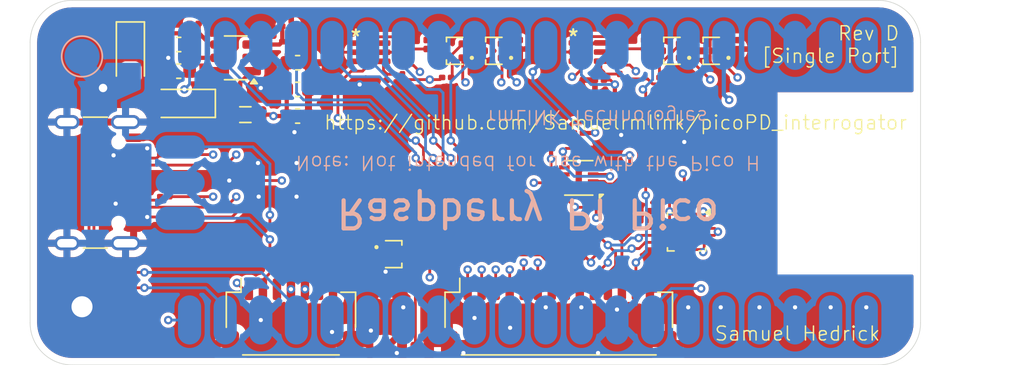
<source format=kicad_pcb>
(kicad_pcb (version 20241229) (generator "pcbnew") (generator_version "9.0")
  (layers (0 "F.Cu" signal) (4 "In1.Cu" signal) (6 "In2.Cu" signal) (2 "B.Cu" signal) (13 "F.Paste" user) (15 "B.Paste" user) (5 "F.SilkS" user "F.Silkscreen") (7 "B.SilkS" user "B.Silkscreen") (1 "F.Mask" user) (3 "B.Mask" user) (25 "Edge.Cuts" user))
  (net 0 "")
  (net 1 "GND")
  (net 2 "/REG_VIN")
  (net 3 "/3V3")
  (net 4 "/REG_CAP")
  (net 5 "/REG_SW")
  (net 6 "/VBUS_CONN")
  (net 7 "/USB_DP_CONN")
  (net 8 "/USB_DM_CONN")
  (net 9 "/CC1_CONN")
  (net 10 "/SBU2_CONN")
  (net 11 "/CC2_CONN")
  (net 12 "/SBU1_CONN")
  (net 13 "/UART0_RX")
  (net 14 "/SWD_IO")
  (net 15 "/SWD_CLK")
  (net 16 "/PICO_RESET")
  (net 17 "/UART0_TX")
  (net 18 "/SPI0_MISO")
  (net 19 "/GP19")
  (net 20 "/GP28_A2")
  (net 21 "/GP16")
  (net 22 "/GP17")
  (net 23 "/TCPC_INT")
  (net 24 "/SPI0_CLK")
  (net 25 "/SCL")
  (net 26 "/GP18")
  (net 27 "/SDA")
  (net 28 "/GP15")
  (net 29 "/SPI0_MOSI")
  (net 30 "Net-(Q1-D)")
  (net 31 "/CC1_TX")
  (net 32 "/CC1_TX_L")
  (net 33 "Net-(Q2-S)")
  (net 34 "/CC1_TX_H")
  (net 35 "/CC2_TX")
  (net 36 "Net-(Q3-D)")
  (net 37 "/CC2_TX_H")
  (net 38 "/CC2_TX_L")
  (net 39 "Net-(Q4-D)")
  (net 40 "Net-(Q5-S)")
  (net 41 "/BMC_VREF")
  (net 42 "/CC1_RX")
  (net 43 "/CC2_RX")
  (net 44 "/RP2_RESET_L")
  (net 45 "Net-(U2-VBUS)")
  (net 46 "Net-(U6-~{SHDN})")
  (net 47 "/REG_FB")
  (net 48 "Net-(U5-B2)")
  (net 49 "/PIO_USB_DM")
  (net 50 "/PIO_USB_DP")
  (net 51 "Net-(U4-B2)")
  (net 53 "/CC2_VCONN_EN")
  (net 54 "/CC1_VCONN_EN")
  (footprint "Inductor_SMD:L_0805_2012Metric" (layer "F.Cu") (at 129.85 95.15)
    (property "Reference" "L1" (hide yes))
    (property "Value" "22uH")
  )
  (footprint "Diode_SMD:D_SOD-123F" (layer "F.Cu") (at 121.65 90.75 -90)
    (property "Reference" "D1" (hide yes))
    (property "Value" "D")
  )
  (footprint "Capacitor_SMD:C_0603_1608Metric" (layer "F.Cu") (at 133.575 95.25)
    (property "Reference" "C7" (hide yes))
    (property "Value" "4.7uF")
  )
  (footprint "Resistor_SMD:R_0201_0603Metric" (layer "F.Cu") (at 155.1 92.685)
    (property "Reference" "R6" (hide yes))
    (property "Value" "5.1K")
  )
  (footprint "Capacitor_SMD:C_0603_1608Metric" (layer "F.Cu") (at 133.575 93.35)
    (property "Reference" "C5" (hide yes))
    (property "Value" "4.7uF")
  )
  (footprint "Resistor_SMD:R_0201_0603Metric" (layer "F.Cu") (at 121.4 106.4 180)
    (property "Reference" "R29" (hide yes))
    (property "Value" "27R")
  )
  (footprint "Package_TO_SOT_SMD:SOT-23-6" (layer "F.Cu") (at 129.1625 91.1 180)
    (property "Reference" "U6" (hide yes))
    (property "Value" "LV2862XDDC")
  )
  (footprint "Package_TO_SOT_SMD:SOT-416" (layer "F.Cu") (at 160.2 90.6 180)
    (property "Reference" "Q4" (hide yes))
    (property "Value" "rohm-RE1C002UN" (hide yes))
  )
  (footprint "picoPD_interrogator:TI_sn741vc1g3157-q1" (layer "F.Cu") (at 154.3 90.685)
    (property "Reference" "U5" (hide yes))
    (property "Value" "~" (hide yes))
  )
  (footprint "Resistor_SMD:R_0201_0603Metric" (layer "F.Cu") (at 139.6 92.7)
    (property "Reference" "R7" (hide yes))
    (property "Value" "5.1K")
  )
  (footprint "Package_TO_SOT_SMD:SOT-416" (layer "F.Cu") (at 163 90.6 180)
    (property "Reference" "Q5" (hide yes))
    (property "Value" "rohm-RE1C002UN" (hide yes))
  )
  (footprint "Connector_JST:JST_SH_SM07B-SRSS-TB_1x07-1MP_P1.00mm_Horizontal" (layer "F.Cu") (at 133.1 109.6)
    (property "Reference" "J1" (hide yes))
    (property "Value" "Conn_01x07" (hide yes))
  )
  (footprint "Resistor_SMD:R_0201_0603Metric" (layer "F.Cu") (at 126.2 88.65 180)
    (property "Reference" "R21" (hide yes))
    (property "Value" "100K")
  )
  (footprint "Resistor_SMD:R_0201_0603Metric" (layer "F.Cu") (at 141.05 91.95 90)
    (property "Reference" "R5" (hide yes))
    (property "Value" "35K")
  )
  (footprint "Resistor_SMD:R_0201_0603Metric" (layer "F.Cu") (at 156.55 91.935 90)
    (property "Reference" "R4" (hide yes))
    (property "Value" "35K")
  )
  (footprint "Capacitor_SMD:C_0201_0603Metric" (layer "F.Cu") (at 129.1625 93.55 180)
    (property "Reference" "C6" (hide yes))
    (property "Value" "C")
  )
  (footprint "Resistor_SMD:R_0201_0603Metric" (layer "F.Cu") (at 149.45 90.15 -90)
    (property "Reference" "R12" (hide yes))
    (property "Value" "100R")
  )
  (footprint "Package_TO_SOT_SMD:SOT-416" (layer "F.Cu") (at 140.5 105.1)
    (property "Reference" "Q3" (hide yes))
    (property "Value" "rohm-RE1C002UN" (hide yes))
  )
  (footprint "Resistor_SMD:R_0201_0603Metric" (layer "F.Cu") (at 132.8 88.85 180)
    (property "Reference" "R24" (hide yes))
    (property "Value" "10K")
  )
  (footprint "Connector_JST:JST_SH_SM14B-SRSS-TB_1x14-1MP_P1.00mm_Horizontal" (layer "F.Cu") (at 152.2 109.6)
    (property "Reference" "J3" (hide yes))
    (property "Value" "Conn_01x14" (hide yes))
  )
  (footprint "Connector_USB:USB_C_Receptacle_GCT_USB4105-xx-A_16P_TopMnt_Horizontal" (layer "F.Cu") (at 118.2 100 -90)
    (property "Reference" "J2" (hide yes))
    (property "Value" "USB_C_Receptacle_USB2.0_16P")
  )
  (footprint "Resistor_SMD:R_0201_0603Metric" (layer "F.Cu") (at 138.5 105.1 -90)
    (property "Reference" "R13" (hide yes))
    (property "Value" "1K")
  )
  (footprint "Resistor_SMD:R_0201_0603Metric" (layer "F.Cu") (at 153.6 97.56 180)
    (property "Reference" "R10" (hide yes))
    (property "Value" "1K")
  )
  (footprint "Capacitor_SMD:C_0603_1608Metric" (layer "F.Cu") (at 133.575 91.45)
    (property "Reference" "C4" (hide yes))
    (property "Value" "4.7uF")
  )
  (footprint "Resistor_SMD:R_0201_0603Metric" (layer "F.Cu") (at 121.4 107.5 180)
    (property "Reference" "R28" (hide yes))
    (property "Value" "27R")
  )
  (footprint "picoPD_interrogator:CK_PTS815" (layer "F.Cu") (at 140.9 109.6 -90)
    (property "Reference" "SW1" (hide yes))
    (property "Value" "RESET_BTN")
  )
  (footprint "Resistor_SMD:R_0201_0603Metric" (layer "F.Cu") (at 153.6 96.46)
    (property "Reference" "R9" (hide yes))
    (property "Value" "3.3K")
  )
  (footprint "Resistor_SMD:R_0201_0603Metric" (layer "F.Cu") (at 142.75 90.15 -90)
    (property "Reference" "R11" (hide yes))
    (property "Value" "200R")
  )
  (footprint "Resistor_SMD:R_0201_0603Metric" (layer "F.Cu") (at 124.1 98 180)
    (property "Reference" "R27" (hide yes))
    (property "Value" "0R")
  )
  (footprint "Resistor_SMD:R_0201_0603Metric" (layer "F.Cu") (at 142.45 105.55 90)
    (property "Reference" "R15" (hide yes))
    (property "Value" "1K")
  )
  (footprint "Resistor_SMD:R_0201_0603Metric" (layer "F.Cu") (at 141.05 90.15 -90)
    (property "Reference" "R22" (hide yes))
    (property "Value" "33R")
  )
  (footprint "Resistor_SMD:R_0201_0603Metric" (layer "F.Cu") (at 132.8 89.95 180)
    (property "Reference" "R25" (hide yes))
    (property "Value" "33K")
  )
  (footprint "Resistor_SMD:R_0201_0603Metric" (layer "F.Cu") (at 144.2 92.5 180)
    (property "Reference" "R14" (hide yes))
    (property "Value" "0R")
  )
  (footprint "Resistor_SMD:R_0201_0603Metric" (layer "F.Cu") (at 159.7 92.505 180)
    (property "Reference" "R20" (hide yes))
    (property "Value" "0R")
  )
  (footprint "Resistor_SMD:R_0201_0603Metric" (layer "F.Cu") (at 154.726274 104.826274 -45)
    (property "Reference" "R3" (hide yes))
    (property "Value" "3.3K")
  )
  (footprint "Package_TO_SOT_SMD:SOT-416" (layer "F.Cu") (at 144.7 90.6 180)
    (property "Reference" "Q1" (hide yes))
    (property "Value" "rohm-RE1C002UN" (hide yes))
  )
  (footprint "Resistor_SMD:R_0201_0603Metric" (layer "F.Cu") (at 158.25 90.155 -90)
    (property "Reference" "R16" (hide yes))
    (property "Value" "200R")
  )
  (footprint "picoPD_interrogator:TI_sn741vc1g3157-q1" (layer "F.Cu") (at 138.8 90.7)
    (property "Reference" "U4" (hide yes))
    (property "Value" "~" (hide yes))
  )
  (footprint "Diode_SMD:D_SOD-123F" (layer "F.Cu") (at 125.5 94.35 180)
    (property "Reference" "D2" (hide yes))
    (property "Value" "D")
  )
  (footprint "Package_TO_SOT_SMD:SOT-416" (layer "F.Cu") (at 147.5 90.6 180)
    (property "Reference" "Q2" (hide yes))
    (property "Value" "rohm-RE1C002UN" (hide yes))
  )
  (footprint "Resistor_SMD:R_0201_0603Metric" (layer "F.Cu") (at 154.55 101.76)
    (property "Reference" "R18" (hide yes))
    (property "Value" "3.3K")
  )
  (footprint "Resistor_SMD:R_0201_0603Metric" (layer "F.Cu") (at 153.75 105.05 -45)
    (property "Reference" "R2" (hide yes))
    (property "Value" "3.3K")
  )
  (footprint "Capacitor_SMD:C_0603_1608Metric" (layer "F.Cu") (at 125.1 90.15)
    (property "Reference" "C3" (hide yes))
    (property "Value" "2.2uF")
  )
  (footprint "Resistor_SMD:R_0201_0603Metric" (layer "F.Cu") (at 151.2 100.31 -90)
    (property "Reference" "R19" (hide yes))
    (property "Value" "3.3K")
  )
  (footprint "Package_DFN_QFN:WQFN-14-1EP_2.5x2.5mm_P0.5mm_EP1.45x1.45mm" (layer "F.Cu") (at 161.31 103.51 -90)
    (property "Reference" "U2" (hide yes))
    (property "Value" "FUSB302BMPX")
  )
  (footprint "Resistor_SMD:R_0201_0603Metric" (layer "F.Cu") (at 161.15 100.55 90)
    (property "Reference" "R8" (hide yes))
    (property "Value" "0R")
  )
  (footprint "Resistor_SMD:R_0201_0603Metric" (layer "F.Cu") (at 124.1 101 180)
    (property "Reference" "R26" (hide yes))
    (property "Value" "0R")
  )
  (footprint "picoPD_interrogator:DFN-8_2x2mm_P0.5mm_ST" (layer "F.Cu") (at 153.625 99.66 180)
    (property "Reference" "U3" (hide yes))
    (property "Value" "ST-LM393QT")
  )
  (footprint "Resistor_SMD:R_0201_0603Metric" (layer "F.Cu") (at 164.95 90.155 -90)
    (property "Reference" "R17" (hide yes))
    (property "Value" "100R")
  )
  (footprint "Capacitor_SMD:C_0603_1608Metric" (layer "F.Cu") (at 125.1 92.05)
    (property "Reference" "C2" (hide yes))
    (property "Value" "1uF")
  )
  (footprint "Capacitor_SMD:C_0201_0603Metric" (layer "F.Cu") (at 160.0575 100.54 -90)
    (property "Reference" "C1" (hide yes))
    (property "Value" "100nF")
  )
  (footprint "Resistor_SMD:R_0201_0603Metric" (layer "F.Cu") (at 156.55 90.135 -90)
    (property "Reference" "R23" (hide yes))
    (property "Value" "33R")
  )
  (footprint "Resistor_SMD:R_0201_0603Metric" (layer "F.Cu") (at 158.7 102.35 -90)
    (property "Reference" "R1" (hide yes))
    (property "Value" "3.3K")
  )
  (footprint "picoPD_interrogator:RaspberryPiFoundation-Pico" (layer "B.Cu") (at 150 100 90)
    (property "Reference" "U1" (hide yes))
    (property "Value" "~" (hide yes))
  )
  (footprint "TestPoint:TestPoint_Pad_D2.5mm" (layer "B.Cu") (at 118.2 91 180)
    (property "Reference" "TP1" (hide yes))
    (property "Value" "VBUS")
  )
  (gr_line (start 114.5 108.4) (end 114.5 110) (stroke (width 0.05)) (layer "Edge.Cuts"))
  (gr_arc (start 117.5 113) (mid 115.37868 112.12132) (end 114.5 110) (stroke (width 0.05)) (layer "Edge.Cuts"))
  (gr_arc (start 175 87) (mid 177.12132 87.87868) (end 178 90) (stroke (width 0.05)) (layer "Edge.Cuts"))
  (gr_arc (start 114.5 90) (mid 115.37868 87.87868) (end 117.5 87) (stroke (width 0.05)) (layer "Edge.Cuts"))
  (gr_line (start 178 90) (end 178 110) (stroke (width 0.05)) (layer "Edge.Cuts"))
  (gr_line (start 175 87) (end 117.5 87) (stroke (width 0.05)) (layer "Edge.Cuts"))
  (gr_line (start 114.5 108.4) (end 114.5 90) (stroke (width 0.05)) (layer "Edge.Cuts"))
  (gr_arc (start 178 110) (mid 177.12132 112.12132) (end 175 113) (stroke (width 0.05)) (layer "Edge.Cuts"))
  (gr_line (start 175 113) (end 117.5 113) (stroke (width 0.05)) (layer "Edge.Cuts"))
  (gr_text "Samuel Hedrick" (at 163.25 111.35 0) (layer "F.SilkS") (effects (font (size 1 1) (thickness 0.1)) (justify left bottom)))
  (gr_text "Rev D\n[Single Port]" (at 176.55 91.55 0) (layer "F.SilkS") (effects (font (size 1 1) (thickness 0.1)) (justify right bottom)))
  (gr_text "https://github.com/Samuelrmlink/picoPD_interrogator" (at 135.4 96.3 0) (layer "F.SilkS") (effects (font (size 1 1) (thickness 0.1)) (justify left bottom)))
  (gr_text "rmLINK Technologies" (at 147.05 94.74 180) (layer "B.SilkS") (effects (font (size 1 1) (thickness 0.1)) (justify left bottom mirror)))
  (segment (start 153.625 99.26) (end 153.975 98.91) (width 0.3) (layer "F.Cu") (net 1))
  (segment (start 153.625 98.5) (end 153.6425 98.4825) (width 0.3) (layer "F.Cu") (net 1))
  (segment (start 137.4 111.475) (end 138.375 111.475) (width 0.3) (layer "F.Cu") (net 1))
  (segment (start 153.625 99.66) (end 153.625 99.26) (width 0.3) (layer "F.Cu") (net 1))
  (segment (start 138.5 106.25) (end 138.5 105.42) (width 0.2) (layer "F.Cu") (net 1))
  (segment (start 152.15 90.7) (end 152.165 90.685) (width 0.2) (layer "F.Cu") (net 1))
  (segment (start 140.35 111.85) (end 140.65 112.15) (width 0.3) (layer "F.Cu") (net 1))
  (segment (start 131.65 92.55) (end 131.65 91.35) (width 0.3) (layer "F.Cu") (net 1))
  (segment (start 153.625 99.66) (end 153.625 98.5) (width 0.3) (layer "F.Cu") (net 1))
  (segment (start 139.825 111.85) (end 140.35 111.85) (width 0.3) (layer "F.Cu") (net 1))
  (segment (start 135.85 91.45) (end 134.35 91.45) (width 0.2) (layer "F.Cu") (net 1))
  (segment (start 130.95 93.25) (end 131.65 92.55) (width 0.3) (layer "F.Cu") (net 1))
  (segment (start 138.375 111.475) (end 138.75 111.85) (width 0.3) (layer "F.Cu") (net 1))
  (segment (start 153.92 97.56) (end 155.69 97.56) (width 0.3) (layer "F.Cu") (net 1))
  (segment (start 138.6 106.35) (end 138.5 106.25) (width 0.2) (layer "F.Cu") (net 1))
  (segment (start 131.4 91.1) (end 130.3 91.1) (width 0.3) (layer "F.Cu") (net 1))
  (segment (start 152.165 90.685) (end 153.4 90.685) (width 0.2) (layer "F.Cu") (net 1))
  (segment (start 139.85 106.35) (end 138.6 106.35) (width 0.2) (layer "F.Cu") (net 1))
  (segment (start 137.9 90.7) (end 136.6 90.7) (width 0.2) (layer "F.Cu") (net 1))
  (segment (start 131.65 91.35) (end 131.4 91.1) (width 0.3) (layer "F.Cu") (net 1))
  (segment (start 139.85 107.325) (end 139.825 107.35) (width 0.3) (layer "F.Cu") (net 1))
  (segment (start 151.92 90.47) (end 152.15 90.7) (width 0.2) (layer "F.Cu") (net 1))
  (segment (start 149.45 90.47) (end 151.92 90.47) (width 0.2) (layer "F.Cu") (net 1))
  (segment (start 153.975 98.91) (end 154.65 98.91) (width 0.3) (layer "F.Cu") (net 1))
  (segment (start 155.69 97.56) (end 156.65 96.6) (width 0.3) (layer "F.Cu") (net 1))
  (segment (start 136.6 90.7) (end 135.85 91.45) (width 0.2) (layer "F.Cu") (net 1))
  (segment (start 139.85 106.35) (end 139.85 107.325) (width 0.3) (layer "F.Cu") (net 1))
  (segment (start 138.75 111.85) (end 139.825 111.85) (width 0.3) (layer "F.Cu") (net 1))
  (segment (start 139.85 106.35) (end 139.85 105.6) (width 0.3) (layer "F.Cu") (net 1))
  (via (at 133.5 101) (size 0.6) (drill 0.3) (layers "F.Cu" "B.Cu") (net 1))
  (via (at 133.35 96.4) (size 0.6) (drill 0.3) (layers "F.Cu" "B.Cu") (net 1))
  (via (at 130.95 109.8) (size 0.6) (drill 0.3) (layers "F.Cu" "B.Cu") (net 1))
  (via (at 169.05 108.89) (size 0.6) (drill 0.3) (layers "F.Cu" "B.Cu") (net 1))
  (via (at 130.75 98.6) (size 0.6) (drill 0.3) (layers "F.Cu" "B.Cu") (net 1))
  (via (at 130.95 93.25) (size 0.6) (drill 0.3) (layers "F.Cu" "B.Cu") (net 1))
  (via (at 128.7 99.85) (size 0.6) (drill 0.3) (layers "F.Cu" "B.Cu") (net 1))
  (via (at 156.35 109.05) (size 0.6) (drill 0.3) (layers "F.Cu" "B.Cu") (net 1))
  (via (at 156.65 96.6) (size 0.6) (drill 0.3) (layers "F.Cu" "B.Cu") (net 1))
  (via (at 153.6425 98.4825) (size 0.6) (drill 0.3) (layers "F.Cu" "B.Cu") (net 1))
  (via (at 133.5 98.6) (size 0.6) (drill 0.3) (layers "F.Cu" "B.Cu") (net 1))
  (via (at 145.4 112.15) (size 0.6) (drill 0.3) (layers "F.Cu" "B.Cu") (net 1))
  (via (at 161.15 97.1) (size 0.6) (drill 0.3) (layers "F.Cu" "B.Cu") (net 1))
  (via (at 140.65 112.15) (size 0.6) (drill 0.3) (layers "F.Cu" "B.Cu") (net 1))
  (via (at 138 93) (size 0.6) (drill 0.3) (layers "F.Cu" "B.Cu") (net 1))
  (via (at 139.85 106.35) (size 0.6) (drill 0.3) (layers "F.Cu" "B.Cu") (net 1))
  (via (at 124.35 91.1) (size 0.6) (drill 0.3) (layers "F.Cu" "B.Cu") (net 1))
  (via (at 130.8 101) (size 0.6) (drill 0.3) (layers "F.Cu" "B.Cu") (net 1))
  (via (at 118.2 108.85) (size 2.5) (drill 1.5) (layers "F.Cu" "B.Cu") (net 1))
  (via (at 155 112.15) (size 0.6) (drill 0.3) (layers "F.Cu" "B.Cu") (net 1))
  (segment (start 156.35 92) (end 157.25 92.9) (width 0.3) (layer "B.Cu") (net 1))
  (segment (start 156.35 91.11) (end 156.35 92) (width 0.3) (layer "B.Cu") (net 1))
  (segment (start 125.88 90.145) (end 125.875 90.15) (width 0.2) (layer "F.Cu") (net 2))
  (segment (start 125.075 89.35) (end 125.875 90.15) (width 0.3) (layer "F.Cu") (net 2))
  (segment (start 125.875 90.15) (end 125.875 91.15) (width 0.3) (layer "F.Cu") (net 2))
  (segment (start 125.875 90.15) (end 125.875 88.655) (width 0.3) (layer "F.Cu") (net 2))
  (segment (start 125.875 91.15) (end 125.875 92.05) (width 0.3) (layer "F.Cu") (net 2))
  (segment (start 125.875 91.15) (end 125.925 91.1) (width 0.3) (layer "F.Cu") (net 2))
  (segment (start 125.875 88.655) (end 125.88 88.65) (width 0.2) (layer "F.Cu") (net 2))
  (segment (start 125.925 91.1) (end 128.025 91.1) (width 0.3) (layer "F.Cu") (net 2))
  (segment (start 121.65 89.35) (end 125.075 89.35) (width 0.3) (layer "F.Cu") (net 2))
  (segment (start 160.2975 102.2475) (end 160.1 102.05) (width 0.2) (layer "F.Cu") (net 3))
  (segment (start 162.5725 103.76) (end 163.29 103.76) (width 0.2) (layer "F.Cu") (net 3))
  (segment (start 141.05 91.63) (end 141.83 91.63) (width 0.2) (layer "F.Cu") (net 3))
  (segment (start 156.55 90.455) (end 158.23 90.455) (width 0.2) (layer "F.Cu") (net 3))
  (segment (start 160.1 102.05) (end 160.1 102.7075) (width 0.2) (layer "F.Cu") (net 3))
  (segment (start 141.05 90.47) (end 142.75 90.47) (width 0.2) (layer "F.Cu") (net 3))
  (segment (start 133.12 90.53) (end 133.12 89.95) (width 0.3) (layer "F.Cu") (net 3))
  (segment (start 152.6 100.99) (end 153.3425 101.7325) (width 0.2) (layer "F.Cu") (net 3))
  (segment (start 160.81 102.2475) (end 160.2975 102.2475) (width 0.2) (layer "F.Cu") (net 3))
  (segment (start 151.445 100.63) (end 151.2 100.63) (width 0.2) (layer "F.Cu") (net 3))
  (segment (start 155.2 90.685) (end 155.915 90.685) (width 0.2) (layer "F.Cu") (net 3))
  (segment (start 154.765 96.46) (end 154.7925 96.4325) (width 0.3) (layer "F.Cu") (net 3))
  (segment (start 153.92 96.46) (end 154.765 96.46) (width 0.3) (layer "F.Cu") (net 3))
  (segment (start 152.6 100.41) (end 152.6 100.99) (width 0.2) (layer "F.Cu") (net 3))
  (segment (start 141.83 91.63) (end 142.3 92.1) (width 0.2) (layer "F.Cu") (net 3))
  (segment (start 129.7 107.6) (end 129.25 107.15) (width 0.2) (layer "F.Cu") (net 3))
  (segment (start 151.665 100.41) (end 151.445 100.63) (width 0.2) (layer "F.Cu") (net 3))
  (segment (start 132.8 91.45) (end 132.8 90.85) (width 0.3) (layer "F.Cu") (net 3))
  (segment (start 153.37 101.76) (end 153.3425 101.7325) (width 0.2) (layer "F.Cu") (net 3))
  (segment (start 156.145 90.455) (end 156.55 90.455) (width 0.2) (layer "F.Cu") (net 3))
  (segment (start 130.1 107.6) (end 129.7 107.6) (width 0.2) (layer "F.Cu") (net 3))
  (segment (start 163.29 103.76) (end 163.55 103.5) (width 0.2) (layer "F.Cu") (net 3))
  (segment (start 155.915 90.685) (end 156.145 90.455) (width 0.2) (layer "F.Cu") (net 3))
  (segment (start 141.05 90.47) (end 140.63 90.47) (width 0.2) (layer "F.Cu") (net 3))
  (segment (start 157.265 91.615) (end 156.55 91.615) (width 0.2) (layer "F.Cu") (net 3))
  (segment (start 132.8 90.85) (end 133.12 90.53) (width 0.3) (layer "F.Cu") (net 3))
  (segment (start 140.63 90.47) (end 140.4 90.7) (width 0.2) (layer "F.Cu") (net 3))
  (segment (start 163.31 103.26) (end 163.55 103.5) (width 0.2) (layer "F.Cu") (net 3))
  (segment (start 131.85 95.25) (end 132.8 95.25) (width 0.3) (layer "F.Cu") (net 3))
  (segment (start 154.076274 105.276274) (end 154.5 105.7) (width 0.2) (layer "F.Cu") (net 3))
  (segment (start 160.0475 102.76) (end 159.56 102.76) (width 0.2) (layer "F.Cu") (net 3))
  (segment (start 140.4 90.7) (end 139.7 90.7) (width 0.2) (layer "F.Cu") (net 3))
  (segment (start 131.0125 95.25) (end 130.9125 95.15) (width 0.3) (layer "F.Cu") (net 3))
  (segment (start 154.23 101.76) (end 153.37 101.76) (width 0.2) (layer "F.Cu") (net 3))
  (segment (start 152.6 100.41) (end 151.665 100.41) (width 0.2) (layer "F.Cu") (net 3))
  (segment (start 145.7 107.6) (end 145.7 106.2) (width 0.2) (layer "F.Cu") (net 3))
  (segment (start 130.9125 95.15) (end 131.75 95.15) (width 0.3) (layer "F.Cu") (net 3))
  (segment (start 158.83 102.03) (end 158.7 102.03) (width 0.2) (layer "F.Cu") (net 3))
  (segment (start 160.1 100.9025) (end 160.0575 100.86) (width 0.2) (layer "F.Cu") (net 3))
  (segment (start 162.5725 103.26) (end 163.31 103.26) (width 0.2) (layer "F.Cu") (net 3))
  (segment (start 141.05 91.63) (end 141.05 90.47) (width 0.2) (layer "F.Cu") (net 3))
  (segment (start 153.976274 105.276274) (end 154.076274 105.276274) (width 0.2) (layer "F.Cu") (net 3))
  (segment (start 160.1 102.7075) (end 160.0475 102.76) (width 0.2) (layer "F.Cu") (net 3))
  (segment (start 154.5 105.7) (end 154.5 105.505096) (width 0.2) (layer "F.Cu") (net 3))
  (segment (start 131.75 95.15) (end 131.85 95.25) (width 0.3) (layer "F.Cu") (net 3))
  (segment (start 159.56 102.76) (end 158.83 102.03) (width 0.2) (layer "F.Cu") (net 3))
  (segment (start 156.55 90.455) (end 156.55 91.615) (width 0.2) (layer "F.Cu") (net 3))
  (segment (start 160.1 102.05) (end 160.1 100.9025) (width 0.2) (layer "F.Cu") (net 3))
  (segment (start 154.5 105.505096) (end 154.952548 105.052548) (width 0.2) (layer "F.Cu") (net 3))
  (segment (start 158.23 90.455) (end 158.25 90.475) (width 0.2) (layer "F.Cu") (net 3))
  (segment (start 132.8 91.45) (end 132.8 95.25) (width 0.3) (layer "F.Cu") (net 3))
  (segment (start 157.7 92.05) (end 157.265 91.615) (width 0.2) (layer "F.Cu") (net 3))
  (via (at 154.7925 96.4325) (size 0.6) (drill 0.3) (layers "F.Cu" "B.Cu") (net 3))
  (via (at 131.85 95.25) (size 0.6) (drill 0.3) (layers "F.Cu" "B.Cu") (net 3))
  (via (at 145.7 106.2) (size 0.6) (drill 0.3) (layers "F.Cu" "B.Cu") (net 3))
  (via (at 129.25 107.15) (size 0.6) (drill 0.3) (layers "F.Cu" "B.Cu") (net 3))
  (via (at 154.5 105.7) (size 0.6) (drill 0.3) (layers "F.Cu" "B.Cu") (net 3))
  (via (at 160.1 102.05) (size 0.6) (drill 0.3) (layers "F.Cu" "B.Cu") (net 3))
  (via (at 157.7 92.05) (size 0.6) (drill 0.3) (layers "F.Cu" "B.Cu") (net 3))
  (via (at 164.35 94.1) (size 0.6) (drill 0.3) (layers "F.Cu" "B.Cu") (net 3))
  (via (at 163.55 103.5) (size 0.6) (drill 0.3) (layers "F.Cu" "B.Cu") (net 3))
  (via (at 153.3425 101.7325) (size 0.6) (drill 0.3) (layers "F.Cu" "B.Cu") (net 3))
  (via (at 142.3 92.1) (size 0.6) (drill 0.3) (layers "F.Cu" "B.Cu") (net 3))
  (segment (start 163.97 93.72) (end 163.97 91.11) (width 0.3) (layer "B.Cu") (net 3))
  (segment (start 164.35 94.1) (end 163.97 93.72) (width 0.3) (layer "B.Cu") (net 3))
  (segment (start 163.97 91.11) (end 163.95 91.13) (width 0.3) (layer "B.Cu") (net 3))
  (segment (start 129.4825 93.55) (end 129.4825 92.8675) (width 0.3) (layer "F.Cu") (net 4))
  (segment (start 129.4825 92.8675) (end 130.3 92.05) (width 0.3) (layer "F.Cu") (net 4))
  (segment (start 126.9 94.35) (end 127.9875 94.35) (width 0.3) (layer "F.Cu") (net 5))
  (segment (start 128.8425 95.095) (end 128.7875 95.15) (width 0.3) (layer "F.Cu") (net 5))
  (segment (start 127.9875 94.35) (end 128.7875 95.15) (width 0.3) (layer "F.Cu") (net 5))
  (segment (start 128.8425 93.55) (end 128.8425 92.8675) (width 0.3) (layer "F.Cu") (net 5))
  (segment (start 128.8425 93.55) (end 128.8425 95.095) (width 0.3) (layer "F.Cu") (net 5))
  (segment (start 128.8425 92.8675) (end 128.025 92.05) (width 0.3) (layer "F.Cu") (net 5))
  (segment (start 130 100.65) (end 130.8 99.85) (width 0.2) (layer "F.Cu") (net 6))
  (segment (start 161.15 99.45) (end 161.05 99.35) (width 0.2) (layer "F.Cu") (net 6))
  (segment (start 122.8 102.4) (end 122.85 102.45) (width 0.35) (layer "F.Cu") (net 6))
  (segment (start 120.821008 98.05) (end 121.271008 97.6) (width 0.3) (layer "F.Cu") (net 6))
  (segment (start 121.88 102.4) (end 122.8 102.4) (width 0.35) (layer "F.Cu") (net 6))
  (segment (start 122.8 97.6) (end 122.85 97.55) (width 0.35) (layer "F.Cu") (net 6))
  (segment (start 121.271008 97.6) (end 121.88 97.6) (width 0.3) (layer "F.Cu") (net 6))
  (segment (start 121.88 97.6) (end 122.8 97.6) (width 0.35) (layer "F.Cu") (net 6))
  (segment (start 121.305001 102.4) (end 121.88 102.4) (width 0.3) (layer "F.Cu") (net 6))
  (segment (start 128.9 102.45) (end 130 101.35) (width 0.2) (layer "F.Cu") (net 6))
  (segment (start 161.15 100.23) (end 161.15 99.45) (width 0.2) (layer "F.Cu") (net 6))
  (segment (start 121.65 92.15) (end 120.8 92.15) (width 0.3) (layer "F.Cu") (net 6))
  (segment (start 120.6 101.694999) (end 121.305001 102.4) (width 0.3) (layer "F.Cu") (net 6))
  (segment (start 120.45 98.05) (end 120.821008 98.05) (width 0.3) (layer "F.Cu") (net 6))
  (segment (start 130 101.35) (end 130 100.65) (width 0.2) (layer "F.Cu") (net 6))
  (segment (start 122.85 102.45) (end 128.9 102.45) (width 0.2) (layer "F.Cu") (net 6))
  (segment (start 130.8 99.85) (end 132.45 99.85) (width 0.2) (layer "F.Cu") (net 6))
  (segment (start 120.6 101.5) (end 120.6 101.694999) (width 0.3) (layer "F.Cu") (net 6))
  (segment (start 120.8 92.15) (end 119.7 93.25) (width 0.3) (layer "F.Cu") (net 6))
  (via (at 132.45 99.85) (size 0.6) (drill 0.3) (layers "F.Cu" "B.Cu") (net 6))
  (via (at 119.7 93.25) (size 1) (drill 0.6) (layers "F.Cu" "B.Cu") (net 6))
  (via (at 120.6 101.5) (size 0.6) (drill 0.3) (layers "F.Cu" "B.Cu") (net 6))
  (via (at 122.85 102.45) (size 0.6) (drill 0.3) (layers "F.Cu" "B.Cu") (net 6))
  (via (at 120.45 98.05) (size 0.6) (drill 0.3) (layers "F.Cu" "B.Cu") (net 6))
  (via (at 161.05 99.35) (size 0.6) (drill 0.3) (layers "F.Cu" "B.Cu") (net 6))
  (via (at 122.85 97.55) (size 0.6) (drill 0.3) (layers "F.Cu" "B.Cu") (net 6))
  (segment (start 118.2 91) (end 118.2 91.75) (width 1) (layer "B.Cu") (net 6))
  (segment (start 118.2 91.75) (end 119.7 93.25) (width 1) (layer "B.Cu") (net 6))
  (segment (start 121.054 100.462112) (end 121.341888 100.75) (width 0.2) (layer "F.Cu") (net 7))
  (segment (start 119.746388 106.4) (end 119.051 105.704612) (width 0.2) (layer "F.Cu") (net 7))
  (segment (start 121.08 106.4) (end 119.746388 106.4) (width 0.2) (layer "F.Cu") (net 7))
  (segment (start 119.051 102.004002) (end 121.054 100.001001) (width 0.2) (layer "F.Cu") (net 7))
  (segment (start 121.305001 99.75) (end 121.88 99.75) (width 0.2) (layer "F.Cu") (net 7))
  (segment (start 119.051 105.704612) (end 119.051 102.004002) (width 0.2) (layer "F.Cu") (net 7))
  (segment (start 121.054 100.462112) (end 121.054 100.001001) (width 0.2) (layer "F.Cu") (net 7))
  (segment (start 121.341888 100.75) (end 121.88 100.75) (width 0.2) (layer "F.Cu") (net 7))
  (segment (start 121.054 100.001001) (end 121.305001 99.75) (width 0.2) (layer "F.Cu") (net 7))
  (segment (start 122.418112 100.25) (end 122.706 99.962112) (width 0.2) (layer "F.Cu") (net 8))
  (segment (start 122.706 99.962112) (end 122.706 99.501001) (width 0.2) (layer "F.Cu") (net 8))
  (segment (start 121.308613 99.25) (end 121.88 99.25) (width 0.2) (layer "F.Cu") (net 8))
  (segment (start 121.88 100.25) (end 122.418112 100.25) (width 0.2) (layer "F.Cu") (net 8))
  (segment (start 118.7 101.858614) (end 121.308613 99.25) (width 0.2) (layer "F.Cu") (net 8))
  (segment (start 118.7 105.85) (end 118.7 101.858614) (width 0.2) (layer "F.Cu") (net 8))
  (segment (start 122.454999 99.25) (end 121.88 99.25) (width 0.2) (layer "F.Cu") (net 8))
  (segment (start 121.08 107.5) (end 120.35 107.5) (width 0.2) (layer "F.Cu") (net 8))
  (segment (start 120.35 107.5) (end 118.7 105.85) (width 0.2) (layer "F.Cu") (net 8))
  (segment (start 122.706 99.501001) (end 122.454999 99.25) (width 0.2) (layer "F.Cu") (net 8))
  (segment (start 162.3225 104.7725) (end 162.5 104.95) (width 0.2) (layer "F.Cu") (net 9))
  (segment (start 139.97 92.27) (end 139.92 92.22) (width 0.2) (layer "F.Cu") (net 9))
  (segment (start 162.5725 104.26) (end 162.5725 104.8775) (width 0.2) (layer "F.Cu") (net 9))
  (segment (start 139.92 92.22) (end 139.92 92.7) (width 0.2) (layer "F.Cu") (net 9))
  (segment (start 155.430768 99.91) (end 155.620768 100.1) (width 0.2) (layer "F.Cu") (net 9))
  (segment (start 139.7 92) (end 139.92 92.22) (width 0.2) (layer "F.Cu") (net 9))
  (segment (start 143.05 92.651) (end 143.729 92.651) (width 0.2) (layer "F.Cu") (net 9))
  (segment (start 143.729 92.651) (end 143.88 92.5) (width 0.2) (layer "F.Cu") (net 9))
  (segment (start 121.88 98.75) (end 128.45 98.75) (width 0.2) (layer "F.Cu") (net 9))
  (segment (start 162.5725 104.8775) (end 162.5 104.95) (width 0.2) (layer "F.Cu") (net 9))
  (segment (start 161.81 104.7725) (end 162.3225 104.7725) (width 0.2) (layer "F.Cu") (net 9))
  (segment (start 157.25 98.929232) (end 157.25 98.05) (width 0.2) (layer "F.Cu") (net 9))
  (segment (start 155.620768 100.1) (end 156.079232 100.1) (width 0.2) (layer "F.Cu") (net 9))
  (segment (start 141.05 92.27) (end 141.431 92.651) (width 0.2) (layer "F.Cu") (net 9))
  (segment (start 156.079232 100.1) (end 157.25 98.929232) (width 0.2) (layer "F.Cu") (net 9))
  (segment (start 141.05 92.27) (end 139.97 92.27) (width 0.2) (layer "F.Cu") (net 9))
  (segment (start 154.65 99.91) (end 155.430768 99.91) (width 0.2) (layer "F.Cu") (net 9))
  (segment (start 139.7 91.35) (end 139.7 92) (width 0.2) (layer "F.Cu") (net 9))
  (segment (start 128.45 98.75) (end 129.2 98) (width 0.2) (layer "F.Cu") (net 9))
  (segment (start 141.431 92.651) (end 143.05 92.651) (width 0.2) (layer "F.Cu") (net 9))
  (via (at 143 92.65) (size 0.6) (drill 0.3) (layers "F.Cu" "B.Cu") (net 9))
  (via (at 157.25 98.05) (size 0.6) (drill 0.3) (layers "F.Cu" "B.Cu") (net 9))
  (via (at 150.35 92.1) (size 0.6) (drill 0.3) (layers "F.Cu" "B.Cu") (net 9))
  (via (at 162.5 104.95) (size 0.6) (drill 0.3) (layers "F.Cu" "B.Cu") (net 9))
  (via (at 129.2 98) (size 0.6) (drill 0.3) (layers "F.Cu" "B.Cu") (net 9))
  (segment (start 150.35 92.1) (end 150.35 92.03) (width 0.3) (layer "B.Cu") (net 9))
  (segment (start 150.35 92.03) (end 151.27 91.11) (width 0.3) (layer "B.Cu") (net 9))
  (segment (start 157.5 98.05) (end 155.630768 98.05) (width 0.2) (layer "B.Cu") (net 9))
  (segment (start 150.35 92.769232) (end 150.35 92.1) (width 0.2) (layer "B.Cu") (net 9))
  (segment (start 155.630768 98.05) (end 150.35 92.769232) (width 0.2) (layer "B.Cu") (net 9))
  (segment (start 121.88 98.25) (end 123.53 98.25) (width 0.2) (layer "F.Cu") (net 10))
  (segment (start 123.53 98.25) (end 123.78 98) (width 0.2) (layer "F.Cu") (net 10))
  (segment (start 160.02 92.505) (end 160.02 92.59416) (width 0.2) (layer "F.Cu") (net 11))
  (segment (start 151.65 98.3) (end 151.65 97.29013) (width 0.3) (layer "F.Cu") (net 11))
  (segment (start 155.42 92.12) (end 155.42 92.25) (width 0.2) (layer "F.Cu") (net 11))
  (segment (start 161.81 102.2475) (end 162.3025 102.2475) (width 0.2) (layer "F.Cu") (net 11))
  (segment (start 156.55 92.255) (end 155.425 92.255) (width 0.2) (layer "F.Cu") (net 11))
  (segment (start 152.025 99.41) (end 151.65 99.035) (width 0.2) (layer "F.Cu") (net 11))
  (segment (start 162.3025 102.2475) (end 162.5 102.05) (width 0.2) (layer "F.Cu") (net 11))
  (segment (start 154.15 95.65) (end 156.2 93.6) (width 0.3) (layer "F.Cu") (net 11))
  (segment (start 151.65 99.035) (end 151.65 98.3) (width 0.2) (layer "F.Cu") (net 11))
  (segment (start 156.2 93.6) (end 156.2 93) (width 0.3) (layer "F.Cu") (net 11))
  (segment (start 155.42 92.685) (end 155.885 92.685) (width 0.2) (layer "F.Cu") (net 11))
  (segment (start 158.530232 92.601) (end 156.896 92.601) (width 0.2) (layer "F.Cu") (net 11))
  (segment (start 155.2 91.9) (end 155.42 92.12) (width 0.2) (layer "F.Cu") (net 11))
  (segment (start 121.88 101.75) (end 128.45 101.75) (width 0.2) (layer "F.Cu") (net 11))
  (segment (start 160.02 92.59416) (end 159.65816 92.956) (width 0.2) (layer "F.Cu") (net 11))
  (segment (start 158.885232 92.956) (end 158.530232 92.601) (width 0.2) (layer "F.Cu") (net 11))
  (segment (start 155.42 92.25) (end 155.42 92.685) (width 0.2) (layer "F.Cu") (net 11))
  (segment (start 153.29013 95.65) (end 154.15 95.65) (width 0.3) (layer "F.Cu") (net 11))
  (segment (start 152.6 99.41) (end 152.025 99.41) (width 0.2) (layer "F.Cu") (net 11))
  (segment (start 155.425 92.255) (end 155.42 92.25) (width 0.2) (layer "F.Cu") (net 11))
  (segment (start 128.45 101.75) (end 129.2 101) (width 0.2) (layer "F.Cu") (net 11))
  (segment (start 162.5725 102.76) (end 162.5725 102.1225) (width 0.2) (layer "F.Cu") (net 11))
  (segment (start 156.896 92.601) (end 156.55 92.255) (width 0.2) (layer "F.Cu") (net 11))
  (segment (start 162.5725 102.1225) (end 162.5 102.05) (width 0.2) (layer "F.Cu") (net 11))
  (segment (start 151.65 97.29013) (end 153.29013 95.65) (width 0.3) (layer "F.Cu") (net 11))
  (segment (start 155.2 91.335) (end 155.2 91.9) (width 0.2) (layer "F.Cu") (net 11))
  (segment (start 159.65816 92.956) (end 158.885232 92.956) (width 0.2) (layer "F.Cu") (net 11))
  (segment (start 155.885 92.685) (end 156.2 93) (width 0.2) (layer "F.Cu") (net 11))
  (via (at 129.2 101) (size 0.6) (drill 0.3) (layers "F.Cu" "B.Cu") (net 11))
  (via (at 156.2 93) (size 0.6) (drill 0.3) (layers "F.Cu" "B.Cu") (net 11))
  (via (at 151.65 98.3) (size 0.6) (drill 0.3) (layers "F.Cu" "B.Cu") (net 11))
  (via (at 162.5 102.05) (size 0.6) (drill 0.3) (layers "F.Cu" "B.Cu") (net 11))
  (segment (start 153.81 91.11) (end 153.81 92.31) (width 0.2) (layer "B.Cu") (net 11))
  (segment (start 153.81 92.31) (end 154.5 93) (width 0.2) (layer "B.Cu") (net 11))
  (segment (start 154.5 93) (end 156.2 93) (width 0.2) (layer "B.Cu") (net 11))
  (segment (start 123.53 101.25) (end 123.78 101) (width 0.2) (layer "F.Cu") (net 12))
  (segment (start 121.88 101.25) (end 123.53 101.25) (width 0.2) (layer "F.Cu") (net 12))
  (via (at 171.59 108.89) (size 0.6) (drill 0.3) (layers "F.Cu" "B.Cu") (net 13))
  (via (at 134.1 107.6) (size 0.6) (drill 0.3) (layers "F.Cu" "B.Cu") (net 13))
  (segment (start 131.6 106.45) (end 131.1 106.95) (width 0.2) (layer "F.Cu") (net 14))
  (segment (start 131.1 106.95) (end 131.1 107.6) (width 0.2) (layer "F.Cu") (net 14))
  (segment (start 131.6 104.05) (end 131.6 106.45) (width 0.2) (layer "F.Cu") (net 14))
  (via (at 131.6 104.05) (size 0.6) (drill 0.3) (layers "F.Cu" "B.Cu") (net 14))
  (segment (start 126.1 102.54) (end 130.09 102.54) (width 0.2) (layer "B.Cu") (net 14))
  (segment (start 130.09 102.54) (end 131.6 104.05) (width 0.2) (layer "B.Cu") (net 14))
  (segment (start 132.3 103.75) (end 131.6 103.05) (width 0.2) (layer "F.Cu") (net 15))
  (segment (start 132.1 107.6) (end 132.1 104.6) (width 0.2) (layer "F.Cu") (net 15))
  (segment (start 132.3 104.4) (end 132.3 103.75) (width 0.2) (layer "F.Cu") (net 15))
  (segment (start 132.1 104.6) (end 132.3 104.4) (width 0.2) (layer "F.Cu") (net 15))
  (segment (start 131.6 103.05) (end 131.6 102.3) (width 0.2) (layer "F.Cu") (net 15))
  (via (at 131.6 102.3) (size 0.6) (drill 0.3) (layers "F.Cu" "B.Cu") (net 15))
  (segment (start 126.1 97.46) (end 126.111 97.449) (width 0.2) (layer "B.Cu") (net 15))
  (segment (start 130.378232 97.449) (end 131.6 98.670768) (width 0.2) (layer "B.Cu") (net 15))
  (segment (start 131.6 98.670768) (end 131.6 102.3) (width 0.2) (layer "B.Cu") (net 15))
  (segment (start 126.111 97.449) (end 130.378232 97.449) (width 0.2) (layer "B.Cu") (net 15))
  (segment (start 138.5 104.78) (end 139.67 104.78) (width 0.2) (layer "F.Cu") (net 16))
  (segment (start 136.37 104.78) (end 138.5 104.78) (width 0.2) (layer "F.Cu") (net 16))
  (segment (start 135.1 107.6) (end 135.1 106.05) (width 0.2) (layer "F.Cu") (net 16))
  (segment (start 135.1 106.05) (end 136.37 104.78) (width 0.2) (layer "F.Cu") (net 16))
  (segment (start 139.67 104.78) (end 139.85 104.6) (width 0.2) (layer "F.Cu") (net 16))
  (via (at 133.1 107.6) (size 0.6) (drill 0.3) (layers "F.Cu" "B.Cu") (net 17))
  (via (at 174.13 108.89) (size 0.6) (drill 0.3) (layers "F.Cu" "B.Cu") (net 17))
  (segment (start 148.7 107.6) (end 148.7 106.2) (width 0.2) (layer "F.Cu") (net 18))
  (via (at 148.7 106.2) (size 0.6) (drill 0.3) (layers "F.Cu" "B.Cu") (net 18))
  (via (at 161.43 108.89) (size 0.6) (drill 0.3) (layers "F.Cu" "B.Cu") (net 18))
  (segment (start 153.7 106.5) (end 151.648 104.448) (width 0.2) (layer "F.Cu") (net 19))
  (segment (start 151.648 104.448) (end 149.165156 104.448) (width 0.2) (layer "F.Cu") (net 19))
  (segment (start 149.165156 104.448) (end 143.25 98.532844) (width 0.2) (layer "F.Cu") (net 19))
  (segment (start 143.25 98.532844) (end 143.25 98.25) (width 0.2) (layer "F.Cu") (net 19))
  (segment (start 153.7 107.6) (end 153.7 106.5) (width 0.2) (layer "F.Cu") (net 19))
  (via (at 143.25 98.25) (size 0.6) (drill 0.3) (layers "F.Cu" "B.Cu") (net 19))
  (segment (start 142.699 97.699) (end 142.699 95.735388) (width 0.2) (layer "B.Cu") (net 19))
  (segment (start 143.25 98.25) (end 142.699 97.699) (width 0.2) (layer "B.Cu") (net 19))
  (segment (start 137.37 92.45) (end 136.03 91.11) (width 0.2) (layer "B.Cu") (net 19))
  (segment (start 139.413612 92.45) (end 137.37 92.45) (width 0.2) (layer "B.Cu") (net 19))
  (segment (start 142.699 95.735388) (end 139.413612 92.45) (width 0.2) (layer "B.Cu") (net 19))
  (segment (start 157.7 107.6) (end 157.7 105.7) (width 0.2) (layer "F.Cu") (net 20))
  (segment (start 158.4 100.9) (end 158.4 93.55) (width 0.2) (layer "F.Cu") (net 20))
  (segment (start 158.4 93.55) (end 158.2 93.35) (width 0.2) (layer "F.Cu") (net 20))
  (via (at 158.4 100.9) (size 0.6) (drill 0.3) (layers "F.Cu" "B.Cu") (net 20))
  (via (at 158.2 93.35) (size 0.6) (drill 0.3) (layers "F.Cu" "B.Cu") (net 20))
  (via (at 157.7 105.7) (size 0.6) (drill 0.3) (layers "F.Cu" "B.Cu") (net 20))
  (segment (start 158.89 92.66) (end 158.2 93.35) (width 0.2) (layer "B.Cu") (net 20))
  (segment (start 157.7 105.7) (end 158.451 104.949) (width 0.2) (layer "B.Cu") (net 20))
  (segment (start 158.89 91.11) (end 158.89 92.66) (width 0.2) (layer "B.Cu") (net 20))
  (segment (start 158.451 104.949) (end 158.451 100.951) (width 0.2) (layer "B.Cu") (net 20))
  (segment (start 158.451 100.951) (end 158.4 100.9) (width 0.2) (layer "B.Cu") (net 20))
  (segment (start 150.7 107.6) (end 150.7 105.7) (width 0.2) (layer "F.Cu") (net 21))
  (segment (start 124.42 98) (end 127.55 98) (width 0.2) (layer "F.Cu") (net 21))
  (via (at 125.5 93.35) (size 0.6) (drill 0.3) (layers "F.Cu" "B.Cu") (net 21))
  (via (at 150.7 105.7) (size 0.6) (drill 0.3) (layers "F.Cu" "B.Cu") (net 21))
  (via (at 127.55 98) (size 0.6) (drill 0.3) (layers "F.Cu" "B.Cu") (net 21))
  (segment (start 125.87 91.11) (end 125.87 92.98) (width 0.2) (layer "B.Cu") (net 21))
  (segment (start 125.87 92.98) (end 125.5 93.35) (width 0.2) (layer "B.Cu") (net 21))
  (segment (start 142 98.275621) (end 142 98.25) (width 0.2) (layer "F.Cu") (net 22))
  (segment (start 151.7 105.920768) (end 150.929232 105.15) (width 0.2) (layer "F.Cu") (net 22))
  (segment (start 151.7 107.6) (end 151.7 105.920768) (width 0.2) (layer "F.Cu") (net 22))
  (segment (start 150.929232 105.15) (end 148.874379 105.15) (width 0.2) (layer "F.Cu") (net 22))
  (segment (start 148.874379 105.15) (end 142 98.275621) (width 0.2) (layer "F.Cu") (net 22))
  (via (at 142 98.25) (size 0.6) (drill 0.3) (layers "F.Cu" "B.Cu") (net 22))
  (segment (start 128.41 91.487232) (end 128.41 91.11) (width 0.2) (layer "B.Cu") (net 22))
  (segment (start 138.554612 94.451) (end 131.373768 94.451) (width 0.2) (layer "B.Cu") (net 22))
  (segment (start 142 98.25) (end 142 97.896388) (width 0.2) (layer "B.Cu") (net 22))
  (segment (start 131.373768 94.451) (end 128.41 91.487232) (width 0.2) (layer "B.Cu") (net 22))
  (segment (start 142 97.896388) (end 138.554612 94.451) (width 0.2) (layer "B.Cu") (net 22))
  (segment (start 158.75 103.26) (end 157.64 103.26) (width 0.2) (layer "F.Cu") (net 23))
  (segment (start 145.051 97.551) (end 144.5 97) (width 0.2) (layer "F.Cu") (net 23))
  (segment (start 156.7 104.4) (end 156.7 104.2) (width 0.2) (layer "F.Cu") (net 23))
  (segment (start 149.55532 103.349) (end 145.051 98.84468) (width 0.2) (layer "F.Cu") (net 23))
  (segment (start 158.7 103.21) (end 158.75 103.26) (width 0.2) (layer "F.Cu") (net 23))
  (segment (start 158.7 102.67) (end 158.7 103.21) (width 0.2) (layer "F.Cu") (net 23))
  (segment (start 156.7 104.2) (end 157.64 103.26) (width 0.2) (layer "F.Cu") (net 23))
  (segment (start 156.7 107.6) (end 156.7 104.4) (width 0.2) (layer "F.Cu") (net 23))
  (segment (start 156.7 104.2) (end 155.849 103.349) (width 0.2) (layer "F.Cu") (net 23))
  (segment (start 155.849 103.349) (end 149.55532 103.349) (width 0.2) (layer "F.Cu") (net 23))
  (segment (start 160.0475 103.26) (end 158.75 103.26) (width 0.2) (layer "F.Cu") (net 23))
  (segment (start 145.051 98.84468) (end 145.051 97.551) (width 0.2) (layer "F.Cu") (net 23))
  (via (at 144.5 97) (size 0.6) (drill 0.3) (layers "F.Cu" "B.Cu") (net 23))
  (segment (start 144.5 92.8) (end 144.5 97) (width 0.2) (layer "B.Cu") (net 23))
  (segment (start 146.19 91.11) (end 144.5 92.8) (width 0.2) (layer "B.Cu") (net 23))
  (segment (start 146.7 107.6) (end 146.7 106.2) (width 0.2) (layer "F.Cu") (net 24))
  (via (at 166.51 108.89) (size 0.6) (drill 0.3) (layers "F.Cu" "B.Cu") (net 24))
  (via (at 146.7 106.2) (size 0.6) (drill 0.3) (layers "F.Cu" "B.Cu") (net 24))
  (segment (start 149.409932 103.7) (end 144.5 98.790068) (width 0.2) (layer "F.Cu") (net 25))
  (segment (start 158.09 103.76) (end 157.9 103.95) (width 0.2) (layer "F.Cu") (net 25))
  (segment (start 160.0475 103.76) (end 158.09 103.76) (width 0.2) (layer "F.Cu") (net 25))
  (segment (start 154.5 104.6) (end 155.175 103.925) (width 0.2) (layer "F.Cu") (net 25))
  (segment (start 151.896388 103.7) (end 154.95 103.7) (width 0.2) (layer "F.Cu") (net 25))
  (segment (start 155.7 107.6) (end 155.7 106.479232) (width 0.2) (layer "F.Cu") (net 25))
  (segment (start 154.95 103.7) (end 155.175 103.925) (width 0.2) (layer "F.Cu") (net 25))
  (segment (start 144.5 98.790068) (end 144.5 98.25) (width 0.2) (layer "F.Cu") (net 25))
  (segment (start 156.251 105.001) (end 155.7 104.45) (width 0.2) (layer "F.Cu") (net 25))
  (segment (start 156.251 105.928232) (end 156.251 105.001) (width 0.2) (layer "F.Cu") (net 25))
  (segment (start 155.175 103.925) (end 155.7 104.45) (width 0.2) (layer "F.Cu") (net 25))
  (segment (start 155.7 106.479232) (end 156.251 105.928232) (width 0.2) (layer "F.Cu") (net 25))
  (segment (start 151.896388 103.7) (end 149.409932 103.7) (width 0.2) (layer "F.Cu") (net 25))
  (via (at 144.5 98.25) (size 0.6) (drill 0.3) (layers "F.Cu" "B.Cu") (net 25))
  (via (at 157.9 103.95) (size 0.6) (drill 0.3) (layers "F.Cu" "B.Cu") (net 25))
  (via (at 155.7 104.45) (size 0.6) (drill 0.3) (layers "F.Cu" "B.Cu") (net 25))
  (segment (start 157.35 103.95) (end 156.85 104.45) (width 0.2) (layer "B.Cu") (net 25))
  (segment (start 141.11 91.689232) (end 141.11 91.11) (width 0.2) (layer "B.Cu") (net 25))
  (segment (start 142.770768 93.35) (end 141.11 91.689232) (width 0.2) (layer "B.Cu") (net 25))
  (segment (start 143.949 93.599) (end 143.7 93.35) (width 0.2) (layer "B.Cu") (net 25))
  (segment (start 157.9 103.95) (end 157.35 103.95) (width 0.2) (layer "B.Cu") (net 25))
  (segment (start 143.7 93.35) (end 142.770768 93.35) (width 0.2) (layer "B.Cu") (net 25))
  (segment (start 143.949 97.699) (end 143.949 93.599) (width 0.2) (layer "B.Cu") (net 25))
  (segment (start 156.85 104.45) (end 155.7 104.45) (width 0.2) (layer "B.Cu") (net 25))
  (segment (start 144.5 98.25) (end 143.949 97.699) (width 0.2) (layer "B.Cu") (net 25))
  (segment (start 142 97) (end 142.55 97.55) (width 0.2) (layer "F.Cu") (net 26))
  (segment (start 151.099 104.799) (end 152.7 106.4) (width 0.2) (layer "F.Cu") (net 26))
  (segment (start 142.55 98.329232) (end 149.019768 104.799) (width 0.2) (layer "F.Cu") (net 26))
  (segment (start 142.55 97.55) (end 142.55 98.329232) (width 0.2) (layer "F.Cu") (net 26))
  (segment (start 149.019768 104.799) (end 151.099 104.799) (width 0.2) (layer "F.Cu") (net 26))
  (segment (start 152.7 106.4) (end 152.7 107.6) (width 0.2) (layer "F.Cu") (net 26))
  (via (at 142 97) (size 0.6) (drill 0.3) (layers "F.Cu" "B.Cu") (net 26))
  (segment (start 138.7 94.1) (end 134 94.1) (width 0.2) (layer "B.Cu") (net 26))
  (segment (start 134 94.1) (end 133.5 93.6) (width 0.2) (layer "B.Cu") (net 26))
  (segment (start 141.6 97) (end 138.7 94.1) (width 0.2) (layer "B.Cu") (net 26))
  (segment (start 133.5 93.6) (end 133.5 91.12) (width 0.2) (layer "B.Cu") (net 26))
  (segment (start 133.5 91.12) (end 133.49 91.11) (width 0.2) (layer "B.Cu") (net 26))
  (segment (start 142 97) (end 141.6 97) (width 0.2) (layer "B.Cu") (net 26))
  (segment (start 154.7 107.6) (end 154.7 106.7) (width 0.2) (layer "F.Cu") (net 27))
  (segment (start 157.4 104.7) (end 157.929232 104.7) (width 0.2) (layer "F.Cu") (net 27))
  (segment (start 157.929232 104.7) (end 158.369232 104.26) (width 0.2) (layer "F.Cu") (net 27))
  (segment (start 153.523726 104.823726) (end 153.025 105.322452) (width 0.2) (layer "F.Cu") (net 27))
  (segment (start 158.369232 104.26) (end 160.0475 104.26) (width 0.2) (layer "F.Cu") (net 27))
  (segment (start 154.7 107.6) (end 154.7 107) (width 0.2) (layer "F.Cu") (net 27))
  (segment (start 153.025 105.322452) (end 153.025 105.325) (width 0.2) (layer "F.Cu") (net 27))
  (segment (start 149.310544 104.097) (end 151.797 104.097) (width 0.2) (layer "F.Cu") (net 27))
  (segment (start 143.949 98.735456) (end 149.310544 104.097) (width 0.2) (layer "F.Cu") (net 27))
  (segment (start 154.7 107) (end 153.025 105.325) (width 0.2) (layer "F.Cu") (net 27))
  (segment (start 143.949 97.699) (end 143.949 98.735456) (width 0.2) (layer "F.Cu") (net 27))
  (segment (start 143.25 97) (end 143.949 97.699) (width 0.2) (layer "F.Cu") (net 27))
  (segment (start 153.025 105.325) (end 151.797 104.097) (width 0.2) (layer "F.Cu") (net 27))
  (segment (start 154.7 106.7) (end 155.7 105.7) (width 0.2) (layer "F.Cu") (net 27))
  (via (at 157.4 104.7) (size 0.6) (drill 0.3) (layers "F.Cu" "B.Cu") (net 27))
  (via (at 143.25 97) (size 0.6) (drill 0.3) (layers "F.Cu" "B.Cu") (net 27))
  (via (at 155.7 105.7) (size 0.6) (drill 0.3) (layers "F.Cu" "B.Cu") (net 27))
  (segment (start 157.25 104.85) (end 157.4 104.7) (width 0.2) (layer "B.Cu") (net 27))
  (segment (start 143.25 95.79) (end 143.25 97) (width 0.2) (layer "B.Cu") (net 27))
  (segment (start 156.2 104.85) (end 157.25 104.85) (width 0.2) (layer "B.Cu") (net 27))
  (segment (start 155.7 105.7) (end 155.7 105.35) (width 0.2) (layer "B.Cu") (net 27))
  (segment (start 155.7 105.35) (end 156.2 104.85) (width 0.2) (layer "B.Cu") (net 27))
  (segment (start 138.57 91.11) (end 143.25 95.79) (width 0.2) (layer "B.Cu") (net 27))
  (segment (start 149.7 107.6) (end 149.7 105.7) (width 0.2) (layer "F.Cu") (net 28))
  (segment (start 124.42 101) (end 127.55 101) (width 0.2) (layer "F.Cu") (net 28))
  (via (at 149.7 105.7) (size 0.6) (drill 0.3) (layers "F.Cu" "B.Cu") (net 28))
  (via (at 127.55 101) (size 0.6) (drill 0.3) (layers "F.Cu" "B.Cu") (net 28))
  (via (at 124.35 109.8) (size 0.6) (drill 0.3) (layers "F.Cu" "B.Cu") (net 28))
  (segment (start 125.87 108.89) (end 125.87 109.33) (width 0.2) (layer "B.Cu") (net 28))
  (segment (start 125.87 109.33) (end 125.4 109.8) (width 0.2) (layer "B.Cu") (net 28))
  (segment (start 125.4 109.8) (end 124.35 109.8) (width 0.2) (layer "B.Cu") (net 28))
  (segment (start 147.7 107.6) (end 147.7 106.2) (width 0.2) (layer "F.Cu") (net 29))
  (via (at 163.75 108.89) (size 0.6) (drill 0.3) (layers "F.Cu" "B.Cu") (net 29))
  (via (at 147.7 106.2) (size 0.6) (drill 0.3) (layers "F.Cu" "B.Cu") (net 29))
  (segment (start 142.75 89.83) (end 143.28 89.83) (width 0.2) (layer "F.Cu") (net 30))
  (segment (start 143.28 89.83) (end 144.05 90.6) (width 0.2) (layer "F.Cu") (net 30))
  (segment (start 145.35 90.1) (end 146.35 90.1) (width 0.2) (layer "F.Cu") (net 31))
  (segment (start 146.35 90.1) (end 146.85 90.6) (width 0.2) (layer "F.Cu") (net 31))
  (segment (start 144.601 90.849) (end 145.35 90.1) (width 0.2) (layer "F.Cu") (net 31))
  (segment (start 144.601 92.419) (end 144.601 90.849) (width 0.2) (layer "F.Cu") (net 31))
  (segment (start 144.52 92.5) (end 144.601 92.419) (width 0.2) (layer "F.Cu") (net 31))
  (segment (start 148.15 91.1) (end 148.15 92.8) (width 0.2) (layer "F.Cu") (net 32))
  (segment (start 148.15 92.8) (end 148.1 92.85) (width 0.2) (layer "F.Cu") (net 32))
  (via (at 141.11 108.89) (size 0.6) (drill 0.3) (layers "F.Cu" "B.Cu") (net 32))
  (via (at 148.1 92.85) (size 0.6) (drill 0.3) (layers "F.Cu" "B.Cu") (net 32))
  (segment (start 148.15 90.1) (end 148.42 89.83) (width 0.2) (layer "F.Cu") (net 33))
  (segment (start 148.42 89.83) (end 149.45 89.83) (width 0.2) (layer "F.Cu") (net 33))
  (segment (start 145.35 91.1) (end 145.35 92.65) (width 0.2) (layer "F.Cu") (net 34))
  (segment (start 145.35 92.65) (end 145.55 92.85) (width 0.2) (layer "F.Cu") (net 34))
  (via (at 145.55 92.85) (size 0.6) (drill 0.3) (layers "F.Cu" "B.Cu") (net 34))
  (via (at 146.19 109.65) (size 0.6) (drill 0.3) (layers "F.Cu" "B.Cu") (net 34))
  (segment (start 160.85 90.1) (end 161.85 90.1) (width 0.2) (layer "F.Cu") (net 35))
  (segment (start 160.85 90.1) (end 160.85 90.135208) (width 0.2) (layer "F.Cu") (net 35))
  (segment (start 160.85 90.135208) (end 159.38 91.605208) (width 0.2) (layer "F.Cu") (net 35))
  (segment (start 161.85 90.1) (end 162.35 90.6) (width 0.2) (layer "F.Cu") (net 35))
  (segment (start 159.38 91.605208) (end 159.38 92.505) (width 0.2) (layer "F.Cu") (net 35))
  (segment (start 141.975 105.925) (end 141.15 105.1) (width 0.2) (layer "F.Cu") (net 36))
  (segment (start 142.03 105.87) (end 141.975 105.925) (width 0.2) (layer "F.Cu") (net 36))
  (segment (start 141.975 107.35) (end 141.975 111.85) (width 0.2) (layer "F.Cu") (net 36))
  (segment (start 142.45 105.87) (end 142.03 105.87) (width 0.2) (layer "F.Cu") (net 36))
  (segment (start 141.975 107.35) (end 141.975 105.925) (width 0.2) (layer "F.Cu") (net 36))
  (segment (start 160.85 91.1) (end 161.45 91.1) (width 0.2) (layer "F.Cu") (net 37))
  (segment (start 161.45 91.1) (end 163 92.65) (width 0.2) (layer "F.Cu") (net 37))
  (via (at 138.8 110.55) (size 0.6) (drill 0.3) (layers "F.Cu" "B.Cu") (net 37))
  (via (at 163 92.65) (size 0.6) (drill 0.3) (layers "F.Cu" "B.Cu") (net 37))
  (segment (start 163.65 91.2) (end 164.95 92.5) (width 0.2) (layer "F.Cu") (net 38))
  (segment (start 163.65 91.1) (end 163.65 91.2) (width 0.2) (layer "F.Cu") (net 38))
  (via (at 136.03 110.65) (size 0.6) (drill 0.3) (layers "F.Cu" "B.Cu") (net 38))
  (via (at 164.95 92.5) (size 0.6) (drill 0.3) (layers "F.Cu" "B.Cu") (net 38))
  (segment (start 158.785 89.835) (end 159.55 90.6) (width 0.2) (layer "F.Cu") (net 39))
  (segment (start 158.25 89.835) (end 158.785 89.835) (width 0.2) (layer "F.Cu") (net 39))
  (segment (start 163.915 89.835) (end 164.95 89.835) (width 0.2) (layer "F.Cu") (net 40))
  (segment (start 163.65 90.1) (end 163.915 89.835) (width 0.2) (layer "F.Cu") (net 40))
  (segment (start 152.6 98.91) (end 152.6 97.89) (width 0.2) (layer "F.Cu") (net 41))
  (segment (start 152.715 97.56) (end 152.4925 97.7825) (width 0.2) (layer "F.Cu") (net 41))
  (segment (start 153.28 97.56) (end 152.715 97.56) (width 0.2) (layer "F.Cu") (net 41))
  (segment (start 153.28 96.46) (end 153.28 97.56) (width 0.2) (layer "F.Cu") (net 41))
  (segment (start 154.65 99.41) (end 155.71 99.41) (width 0.2) (layer "F.Cu") (net 41))
  (segment (start 155.71 99.41) (end 155.85 99.55) (width 0.2) (layer "F.Cu") (net 41))
  (segment (start 152.6 97.89) (end 152.4925 97.7825) (width 0.2) (layer "F.Cu") (net 41))
  (via (at 152.4925 97.7825) (size 0.6) (drill 0.3) (layers "F.Cu" "B.Cu") (net 41))
  (via (at 155.85 99.55) (size 0.6) (drill 0.3) (layers "F.Cu" "B.Cu") (net 41))
  (segment (start 152.4925 98.7425) (end 152.4925 97.7825) (width 0.2) (layer "B.Cu") (net 41))
  (segment (start 155.85 99.55) (end 153.3 99.55) (width 0.2) (layer "B.Cu") (net 41))
  (segment (start 153.3 99.55) (end 152.4925 98.7425) (width 0.2) (layer "B.Cu") (net 41))
  (segment (start 154.87 101.46) (end 154.87 101.76) (width 0.2) (layer "F.Cu") (net 42))
  (segment (start 154.87 101.76) (end 154.87 102.51) (width 0.2) (layer "F.Cu") (net 42))
  (segment (start 154.65 101.24) (end 154.87 101.46) (width 0.2) (layer "F.Cu") (net 42))
  (segment (start 154.87 102.51) (end 154.87125 102.51125) (width 0.2) (layer "F.Cu") (net 42))
  (segment (start 154.65 100.41) (end 154.65 101.24) (width 0.2) (layer "F.Cu") (net 42))
  (via (at 153.81 108.89) (size 0.6) (drill 0.3) (layers "F.Cu" "B.Cu") (net 42))
  (via (at 154.87125 102.51125) (size 0.6) (drill 0.3) (layers "F.Cu" "B.Cu") (net 42))
  (segment (start 150.42125 100.01125) (end 151.17875 100.01125) (width 0.2) (layer "F.Cu") (net 43))
  (segment (start 152.6 99.91) (end 151.28 99.91) (width 0.2) (layer "F.Cu") (net 43))
  (segment (start 151.17875 100.01125) (end 151.2 99.99) (width 0.2) (layer "F.Cu") (net 43))
  (segment (start 151.28 99.91) (end 151.2 99.99) (width 0.2) (layer "F.Cu") (net 43))
  (via (at 150.42125 100.01125) (size 0.6) (drill 0.3) (layers "F.Cu" "B.Cu") (net 43))
  (via (at 151.27 108.89) (size 0.6) (drill 0.3) (layers "F.Cu" "B.Cu") (net 43))
  (segment (start 142.45 105.23) (end 142.649999 105.23) (width 0.2) (layer "F.Cu") (net 44))
  (segment (start 142.649999 105.23) (end 143 105.580001) (width 0.2) (layer "F.Cu") (net 44))
  (segment (start 143 105.580001) (end 143 106.75) (width 0.2) (layer "F.Cu") (net 44))
  (via (at 143 106.75) (size 0.6) (drill 0.3) (layers "F.Cu" "B.Cu") (net 44))
  (via (at 149.2 92.85) (size 0.6) (drill 0.3) (layers "F.Cu" "B.Cu") (net 44))
  (segment (start 148.73 91.11) (end 148.73 92.38) (width 0.2) (layer "B.Cu") (net 44))
  (segment (start 148.73 92.38) (end 149.2 92.85) (width 0.2) (layer "B.Cu") (net 44))
  (segment (start 161.15 101.75) (end 161.15 100.87) (width 0.2) (layer "F.Cu") (net 45))
  (segment (start 161.31 101.91) (end 161.15 101.75) (width 0.2) (layer "F.Cu") (net 45))
  (segment (start 161.31 102.2475) (end 161.31 101.91) (width 0.2) (layer "F.Cu") (net 45))
  (segment (start 128.025 90.15) (end 127.35 90.15) (width 0.3) (layer "F.Cu") (net 46))
  (segment (start 126.52 89.32) (end 126.52 88.65) (width 0.3) (layer "F.Cu") (net 46))
  (segment (start 127.35 90.15) (end 126.52 89.32) (width 0.3) (layer "F.Cu") (net 46))
  (segment (start 130.3 90.15) (end 132.28 90.15) (width 0.3) (layer "F.Cu") (net 47))
  (segment (start 132.28 90.15) (end 132.48 89.95) (width 0.3) (layer "F.Cu") (net 47))
  (segment (start 132.48 89.95) (end 132.48 88.85) (width 0.3) (layer "F.Cu") (net 47))
  (segment (start 153.616 89.584) (end 156.319 89.584) (width 0.2) (layer "F.Cu") (net 48))
  (segment (start 153.4 90.035) (end 153.4 89.8) (width 0.2) (layer "F.Cu") (net 48))
  (segment (start 156.319 89.584) (end 156.55 89.815) (width 0.2) (layer "F.Cu") (net 48))
  (segment (start 153.4 89.8) (end 153.616 89.584) (width 0.2) (layer "F.Cu") (net 48))
  (segment (start 121.72 107.5) (end 122.65 107.5) (width 0.2) (layer "F.Cu") (net 49))
  (via (at 122.65 107.5) (size 0.6) (drill 0.3) (layers "F.Cu" "B.Cu") (net 49))
  (segment (start 127.02 107.5) (end 122.65 107.5) (width 0.2) (layer "B.Cu") (net 49))
  (segment (start 128.41 108.89) (end 127.02 107.5) (width 0.2) (layer "B.Cu") (net 49))
  (segment (start 121.72 106.4) (end 122.65 106.4) (width 0.2) (layer "F.Cu") (net 50))
  (via (at 122.65 106.4) (size 0.6) (drill 0.3) (layers "F.Cu" "B.Cu") (net 50))
  (segment (start 131 106.4) (end 133.49 108.89) (width 0.2) (layer "B.Cu") (net 50))
  (segment (start 122.65 106.4) (end 131 106.4) (width 0.2) (layer "B.Cu") (net 50))
  (segment (start 137.9 90.05) (end 137.9 89.8) (width 0.2) (layer "F.Cu") (net 51))
  (segment (start 137.9 89.8) (end 138.1 89.6) (width 0.2) (layer "F.Cu") (net 51))
  (segment (start 140.82 89.6) (end 141.05 89.83) (width 0.2) (layer "F.Cu") (net 51))
  (segment (start 138.1 89.6) (end 140.82 89.6) (width 0.2) (layer "F.Cu") (net 51))
  (segment (start 153.15 92.45) (end 153.28416 92.45) (width 0.2) (layer "F.Cu") (net 53))
  (segment (start 154.35 91.38416) (end 154.35 90.385001) (width 0.2) (layer "F.Cu") (net 53))
  (segment (start 154.700001 90.035) (end 155.2 90.035) (width 0.2) (layer "F.Cu") (net 53))
  (segment (start 154.35 90.385001) (end 154.700001 90.035) (width 0.2) (layer "F.Cu") (net 53))
  (segment (start 153.28416 92.45) (end 154.35 91.38416) (width 0.2) (layer "F.Cu") (net 53))
  (via (at 153.15 92.45) (size 0.6) (drill 0.3) (layers "F.Cu" "B.Cu") (net 53))
  (via (at 148.73 110.35) (size 0.6) (drill 0.3) (layers "F.Cu" "B.Cu") (net 53))
  (segment (start 139.7 90.05) (end 139.2 90.05) (width 0.2) (layer "F.Cu") (net 54))
  (segment (start 137.4 92.05) (end 136.45 93) (width 0.2) (layer "F.Cu") (net 54))
  (segment (start 139.2 90.05) (end 138.651 90.599) (width 0.2) (layer "F.Cu") (net 54))
  (segment (start 138.651 90.599) (end 138.651 91.59816) (width 0.2) (layer "F.Cu") (net 54))
  (segment (start 136.45 93) (end 136.45 95.4) (width 0.2) (layer "F.Cu") (net 54))
  (segment (start 138.651 91.59816) (end 138.19916 92.05) (width 0.2) (layer "F.Cu") (net 54))
  (segment (start 138.19916 92.05) (end 137.4 92.05) (width 0.2) (layer "F.Cu") (net 54))
  (via (at 162.35 107.55) (size 0.6) (drill 0.3) (layers "F.Cu" "B.Cu") (net 54))
  (via (at 136.45 95.4) (size 0.6) (drill 0.3) (layers "F.Cu" "B.Cu") (net 54))
  (segment (start 158.89 108.89) (end 160.23 107.55) (width 0.2) (layer "B.Cu") (net 54))
  (segment (start 160.23 107.55) (end 162.35 107.55) (width 0.2) (layer "B.Cu") (net 54))
  (zone (net 0) (net_name "") (layers "F.Cu" "B.Cu" "In1.Cu" "In2.Cu" "F.Fab") (name "RF_KEEPOUT") (connect_pads (clearance 0)) (min_thickness 0.25)
    (keepout (tracks not_allowed) (vias not_allowed) (pads not_allowed) (copperpour not_allowed) (footprints allowed))
    (fill (thermal_gap 0.5) (thermal_bridge_width 0.5))
    (polygon (pts (xy 178 93.55) (xy 176.7 93.55) (xy 172.25 93.55) (xy 167.8 93.55) (xy 167.8 93.85) (xy 167.8 94.15) (xy 167.8 106.55) (xy 178 106.55)))
  )
  (zone (net 1) (net_name "GND") (layers "F.Cu" "B.Cu" "In2.Cu") (name "Ground") (connect_pads (clearance 0.25)) (min_thickness 0.25) (fill yes (thermal_gap 0.5) (thermal_bridge_width 0.5) (smoothing fillet) (radius 3))
    (polygon (pts (xy 114.5 87) (xy 178 87) (xy 178 113) (xy 114.5 113)))
  )
  (zone (net 6) (net_name "/VBUS_CONN") (layers "B.Cu" "In2.Cu") (priority 2) (connect_pads (clearance 0.25)) (min_thickness 0.25) (fill yes (thermal_gap 0.5) (thermal_bridge_width 0.5))
    (polygon (pts (xy 122.4 91.45) (xy 122.4 93.35) (xy 120.7 94.1) (xy 120.7 97.2) (xy 123.15 97.2) (xy 123.15 103.1) (xy 118.1 103.1) (xy 118.1 93.25) (xy 116.95 91.45)))
  )
)
</source>
